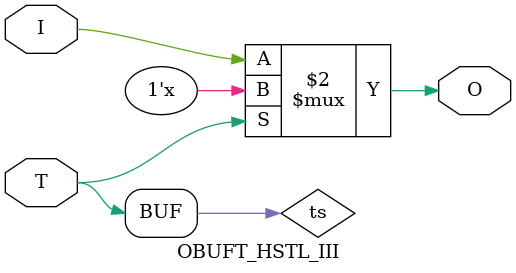
<source format=v>

/*

FUNCTION    : TRI-STATE OUTPUT BUFFER

*/

`celldefine
`timescale  100 ps / 10 ps

module OBUFT_HSTL_III (O, I, T);

    output O;

    input  I, T;

    or O1 (ts, 1'b0, T);
    bufif0 T1 (O, I, ts);

endmodule

</source>
